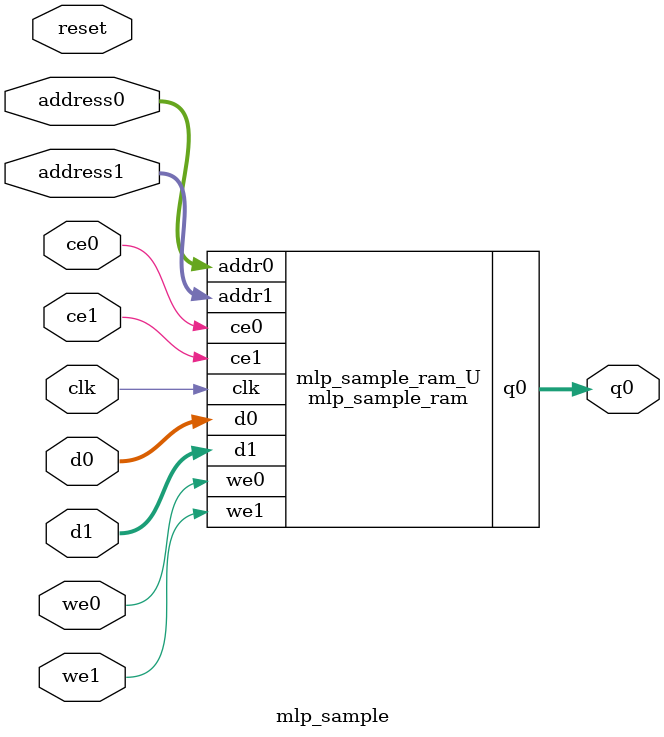
<source format=v>
`timescale 1 ns / 1 ps
module mlp_sample_ram (addr0, ce0, d0, we0, q0, addr1, ce1, d1, we1,  clk);

parameter DWIDTH = 8;
parameter AWIDTH = 10;
parameter MEM_SIZE = 784;

input[AWIDTH-1:0] addr0;
input ce0;
input[DWIDTH-1:0] d0;
input we0;
output reg[DWIDTH-1:0] q0;
input[AWIDTH-1:0] addr1;
input ce1;
input[DWIDTH-1:0] d1;
input we1;
input clk;

(* ram_style = "block" *)reg [DWIDTH-1:0] ram[0:MEM_SIZE-1];




always @(posedge clk)  
begin 
    if (ce0) begin
        if (we0) 
            ram[addr0] <= d0; 
        q0 <= ram[addr0];
    end
end


always @(posedge clk)  
begin 
    if (ce1) begin
        if (we1) 
            ram[addr1] <= d1; 
    end
end


endmodule

`timescale 1 ns / 1 ps
module mlp_sample(
    reset,
    clk,
    address0,
    ce0,
    we0,
    d0,
    q0,
    address1,
    ce1,
    we1,
    d1);

parameter DataWidth = 32'd8;
parameter AddressRange = 32'd784;
parameter AddressWidth = 32'd10;
input reset;
input clk;
input[AddressWidth - 1:0] address0;
input ce0;
input we0;
input[DataWidth - 1:0] d0;
output[DataWidth - 1:0] q0;
input[AddressWidth - 1:0] address1;
input ce1;
input we1;
input[DataWidth - 1:0] d1;



mlp_sample_ram mlp_sample_ram_U(
    .clk( clk ),
    .addr0( address0 ),
    .ce0( ce0 ),
    .we0( we0 ),
    .d0( d0 ),
    .q0( q0 ),
    .addr1( address1 ),
    .ce1( ce1 ),
    .we1( we1 ),
    .d1( d1 ));

endmodule


</source>
